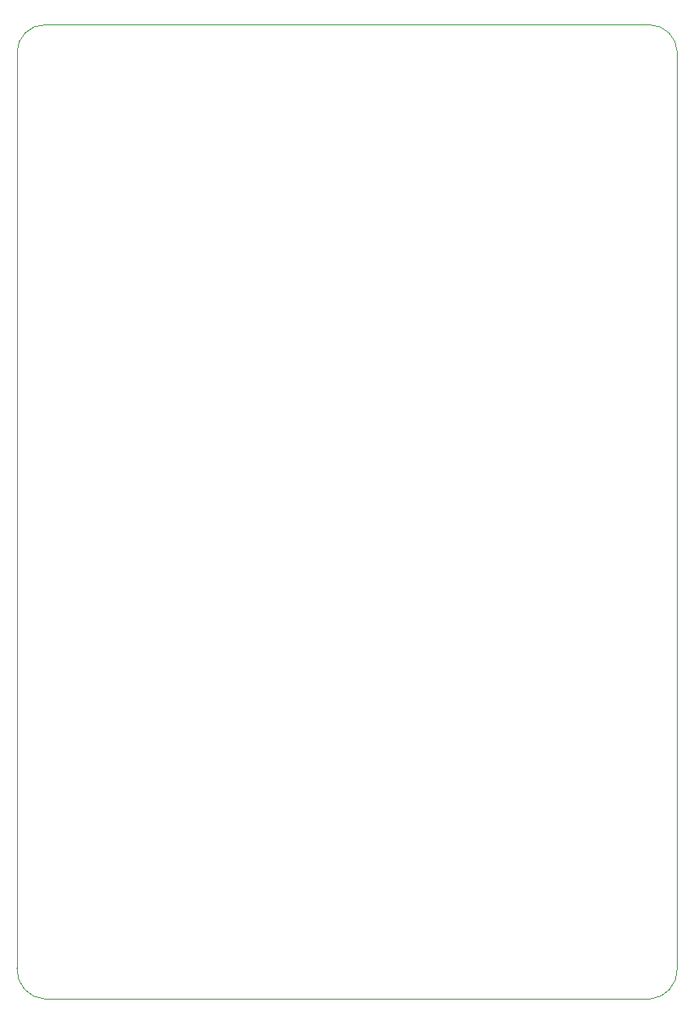
<source format=gbr>
%TF.GenerationSoftware,KiCad,Pcbnew,(6.0.7)*%
%TF.CreationDate,2023-07-03T15:41:19-04:00*%
%TF.ProjectId,ATMega328pb_MIDI_breakout,41544d65-6761-4333-9238-70625f4d4944,rev?*%
%TF.SameCoordinates,Original*%
%TF.FileFunction,Profile,NP*%
%FSLAX46Y46*%
G04 Gerber Fmt 4.6, Leading zero omitted, Abs format (unit mm)*
G04 Created by KiCad (PCBNEW (6.0.7)) date 2023-07-03 15:41:19*
%MOMM*%
%LPD*%
G01*
G04 APERTURE LIST*
%TA.AperFunction,Profile*%
%ADD10C,0.100000*%
%TD*%
G04 APERTURE END LIST*
D10*
X182118001Y-58356500D02*
G75*
G03*
X179197000Y-55499000I-2889201J-31700D01*
G01*
X113411000Y-153606500D02*
X113411000Y-58356500D01*
X113410995Y-153606500D02*
G75*
G03*
X116332000Y-156845000I3079805J-158700D01*
G01*
X179197000Y-156845000D02*
X116332000Y-156845000D01*
X182118000Y-58356500D02*
X182118000Y-153606500D01*
X116332000Y-55499000D02*
X179197000Y-55499000D01*
X116332000Y-55499001D02*
G75*
G03*
X113411000Y-58356500I-31800J-2889199D01*
G01*
X179197000Y-156844995D02*
G75*
G03*
X182118000Y-153606500I-158800J3079795D01*
G01*
M02*

</source>
